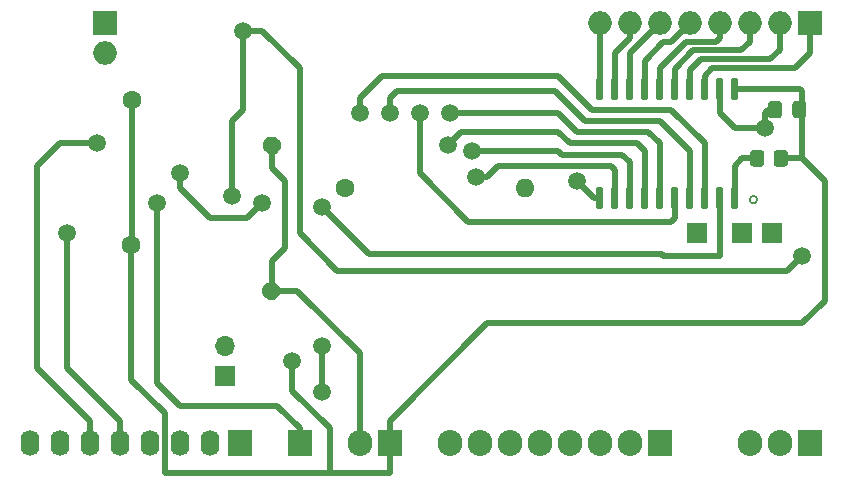
<source format=gbr>
%TF.GenerationSoftware,KiCad,Pcbnew,(5.1.8)-1*%
%TF.CreationDate,2024-03-21T22:45:28+03:00*%
%TF.ProjectId,Reg,5265672e-6b69-4636-9164-5f7063625858,rev?*%
%TF.SameCoordinates,Original*%
%TF.FileFunction,Copper,L2,Bot*%
%TF.FilePolarity,Positive*%
%FSLAX46Y46*%
G04 Gerber Fmt 4.6, Leading zero omitted, Abs format (unit mm)*
G04 Created by KiCad (PCBNEW (5.1.8)-1) date 2024-03-21 22:45:28*
%MOMM*%
%LPD*%
G01*
G04 APERTURE LIST*
%TA.AperFunction,NonConductor*%
%ADD10C,0.200000*%
%TD*%
%TA.AperFunction,ComponentPad*%
%ADD11O,2.000000X2.000000*%
%TD*%
%TA.AperFunction,ComponentPad*%
%ADD12R,2.000000X2.000000*%
%TD*%
%TA.AperFunction,ComponentPad*%
%ADD13R,1.700000X1.700000*%
%TD*%
%TA.AperFunction,ComponentPad*%
%ADD14O,1.600000X1.600000*%
%TD*%
%TA.AperFunction,ComponentPad*%
%ADD15C,1.600000*%
%TD*%
%TA.AperFunction,ComponentPad*%
%ADD16R,2.100000X2.200000*%
%TD*%
%TA.AperFunction,ComponentPad*%
%ADD17O,1.600000X2.200000*%
%TD*%
%TA.AperFunction,ComponentPad*%
%ADD18O,2.100000X2.200000*%
%TD*%
%TA.AperFunction,ComponentPad*%
%ADD19O,1.700000X1.700000*%
%TD*%
%TA.AperFunction,ViaPad*%
%ADD20C,1.500000*%
%TD*%
%TA.AperFunction,Conductor*%
%ADD21C,0.500000*%
%TD*%
G04 APERTURE END LIST*
D10*
X114935000Y-32702500D02*
G75*
G03*
X114935000Y-32702500I-317500J0D01*
G01*
%TO.P,C4,2*%
%TO.N,GND*%
%TA.AperFunction,SMDPad,CuDef*%
G36*
G01*
X117025000Y-24607500D02*
X117025000Y-25557500D01*
G75*
G02*
X116775000Y-25807500I-250000J0D01*
G01*
X116100000Y-25807500D01*
G75*
G02*
X115850000Y-25557500I0J250000D01*
G01*
X115850000Y-24607500D01*
G75*
G02*
X116100000Y-24357500I250000J0D01*
G01*
X116775000Y-24357500D01*
G75*
G02*
X117025000Y-24607500I0J-250000D01*
G01*
G37*
%TD.AperFunction*%
%TO.P,C4,1*%
%TO.N,VCC*%
%TA.AperFunction,SMDPad,CuDef*%
G36*
G01*
X119100000Y-24607500D02*
X119100000Y-25557500D01*
G75*
G02*
X118850000Y-25807500I-250000J0D01*
G01*
X118175000Y-25807500D01*
G75*
G02*
X117925000Y-25557500I0J250000D01*
G01*
X117925000Y-24607500D01*
G75*
G02*
X118175000Y-24357500I250000J0D01*
G01*
X118850000Y-24357500D01*
G75*
G02*
X119100000Y-24607500I0J-250000D01*
G01*
G37*
%TD.AperFunction*%
%TD*%
%TO.P,R14,2*%
%TO.N,VCC*%
%TA.AperFunction,SMDPad,CuDef*%
G36*
G01*
X116335000Y-29660001D02*
X116335000Y-28759999D01*
G75*
G02*
X116584999Y-28510000I249999J0D01*
G01*
X117285001Y-28510000D01*
G75*
G02*
X117535000Y-28759999I0J-249999D01*
G01*
X117535000Y-29660001D01*
G75*
G02*
X117285001Y-29910000I-249999J0D01*
G01*
X116584999Y-29910000D01*
G75*
G02*
X116335000Y-29660001I0J249999D01*
G01*
G37*
%TD.AperFunction*%
%TO.P,R14,1*%
%TO.N,Net-(R14-Pad1)*%
%TA.AperFunction,SMDPad,CuDef*%
G36*
G01*
X114335000Y-29660001D02*
X114335000Y-28759999D01*
G75*
G02*
X114584999Y-28510000I249999J0D01*
G01*
X115285001Y-28510000D01*
G75*
G02*
X115535000Y-28759999I0J-249999D01*
G01*
X115535000Y-29660001D01*
G75*
G02*
X115285001Y-29910000I-249999J0D01*
G01*
X114584999Y-29910000D01*
G75*
G02*
X114335000Y-29660001I0J249999D01*
G01*
G37*
%TD.AperFunction*%
%TD*%
%TO.P,U5,20*%
%TO.N,VCC*%
%TA.AperFunction,SMDPad,CuDef*%
G36*
G01*
X113180000Y-24290000D02*
X112880000Y-24290000D01*
G75*
G02*
X112730000Y-24140000I0J150000D01*
G01*
X112730000Y-22540000D01*
G75*
G02*
X112880000Y-22390000I150000J0D01*
G01*
X113180000Y-22390000D01*
G75*
G02*
X113330000Y-22540000I0J-150000D01*
G01*
X113330000Y-24140000D01*
G75*
G02*
X113180000Y-24290000I-150000J0D01*
G01*
G37*
%TD.AperFunction*%
%TO.P,U5,19*%
%TO.N,GND*%
%TA.AperFunction,SMDPad,CuDef*%
G36*
G01*
X111910000Y-24290000D02*
X111610000Y-24290000D01*
G75*
G02*
X111460000Y-24140000I0J150000D01*
G01*
X111460000Y-22540000D01*
G75*
G02*
X111610000Y-22390000I150000J0D01*
G01*
X111910000Y-22390000D01*
G75*
G02*
X112060000Y-22540000I0J-150000D01*
G01*
X112060000Y-24140000D01*
G75*
G02*
X111910000Y-24290000I-150000J0D01*
G01*
G37*
%TD.AperFunction*%
%TO.P,U5,18*%
%TO.N,/AQ7*%
%TA.AperFunction,SMDPad,CuDef*%
G36*
G01*
X110640000Y-24290000D02*
X110340000Y-24290000D01*
G75*
G02*
X110190000Y-24140000I0J150000D01*
G01*
X110190000Y-22540000D01*
G75*
G02*
X110340000Y-22390000I150000J0D01*
G01*
X110640000Y-22390000D01*
G75*
G02*
X110790000Y-22540000I0J-150000D01*
G01*
X110790000Y-24140000D01*
G75*
G02*
X110640000Y-24290000I-150000J0D01*
G01*
G37*
%TD.AperFunction*%
%TO.P,U5,17*%
%TO.N,/AQ6*%
%TA.AperFunction,SMDPad,CuDef*%
G36*
G01*
X109370000Y-24290000D02*
X109070000Y-24290000D01*
G75*
G02*
X108920000Y-24140000I0J150000D01*
G01*
X108920000Y-22540000D01*
G75*
G02*
X109070000Y-22390000I150000J0D01*
G01*
X109370000Y-22390000D01*
G75*
G02*
X109520000Y-22540000I0J-150000D01*
G01*
X109520000Y-24140000D01*
G75*
G02*
X109370000Y-24290000I-150000J0D01*
G01*
G37*
%TD.AperFunction*%
%TO.P,U5,16*%
%TO.N,/AQ5*%
%TA.AperFunction,SMDPad,CuDef*%
G36*
G01*
X108100000Y-24290000D02*
X107800000Y-24290000D01*
G75*
G02*
X107650000Y-24140000I0J150000D01*
G01*
X107650000Y-22540000D01*
G75*
G02*
X107800000Y-22390000I150000J0D01*
G01*
X108100000Y-22390000D01*
G75*
G02*
X108250000Y-22540000I0J-150000D01*
G01*
X108250000Y-24140000D01*
G75*
G02*
X108100000Y-24290000I-150000J0D01*
G01*
G37*
%TD.AperFunction*%
%TO.P,U5,15*%
%TO.N,/AQ4*%
%TA.AperFunction,SMDPad,CuDef*%
G36*
G01*
X106830000Y-24290000D02*
X106530000Y-24290000D01*
G75*
G02*
X106380000Y-24140000I0J150000D01*
G01*
X106380000Y-22540000D01*
G75*
G02*
X106530000Y-22390000I150000J0D01*
G01*
X106830000Y-22390000D01*
G75*
G02*
X106980000Y-22540000I0J-150000D01*
G01*
X106980000Y-24140000D01*
G75*
G02*
X106830000Y-24290000I-150000J0D01*
G01*
G37*
%TD.AperFunction*%
%TO.P,U5,14*%
%TO.N,/AQ3*%
%TA.AperFunction,SMDPad,CuDef*%
G36*
G01*
X105560000Y-24290000D02*
X105260000Y-24290000D01*
G75*
G02*
X105110000Y-24140000I0J150000D01*
G01*
X105110000Y-22540000D01*
G75*
G02*
X105260000Y-22390000I150000J0D01*
G01*
X105560000Y-22390000D01*
G75*
G02*
X105710000Y-22540000I0J-150000D01*
G01*
X105710000Y-24140000D01*
G75*
G02*
X105560000Y-24290000I-150000J0D01*
G01*
G37*
%TD.AperFunction*%
%TO.P,U5,13*%
%TO.N,/AQ2*%
%TA.AperFunction,SMDPad,CuDef*%
G36*
G01*
X104290000Y-24290000D02*
X103990000Y-24290000D01*
G75*
G02*
X103840000Y-24140000I0J150000D01*
G01*
X103840000Y-22540000D01*
G75*
G02*
X103990000Y-22390000I150000J0D01*
G01*
X104290000Y-22390000D01*
G75*
G02*
X104440000Y-22540000I0J-150000D01*
G01*
X104440000Y-24140000D01*
G75*
G02*
X104290000Y-24290000I-150000J0D01*
G01*
G37*
%TD.AperFunction*%
%TO.P,U5,12*%
%TO.N,/AQ1*%
%TA.AperFunction,SMDPad,CuDef*%
G36*
G01*
X103020000Y-24290000D02*
X102720000Y-24290000D01*
G75*
G02*
X102570000Y-24140000I0J150000D01*
G01*
X102570000Y-22540000D01*
G75*
G02*
X102720000Y-22390000I150000J0D01*
G01*
X103020000Y-22390000D01*
G75*
G02*
X103170000Y-22540000I0J-150000D01*
G01*
X103170000Y-24140000D01*
G75*
G02*
X103020000Y-24290000I-150000J0D01*
G01*
G37*
%TD.AperFunction*%
%TO.P,U5,11*%
%TO.N,/AQ0*%
%TA.AperFunction,SMDPad,CuDef*%
G36*
G01*
X101750000Y-24290000D02*
X101450000Y-24290000D01*
G75*
G02*
X101300000Y-24140000I0J150000D01*
G01*
X101300000Y-22540000D01*
G75*
G02*
X101450000Y-22390000I150000J0D01*
G01*
X101750000Y-22390000D01*
G75*
G02*
X101900000Y-22540000I0J-150000D01*
G01*
X101900000Y-24140000D01*
G75*
G02*
X101750000Y-24290000I-150000J0D01*
G01*
G37*
%TD.AperFunction*%
%TO.P,U5,10*%
%TO.N,GND*%
%TA.AperFunction,SMDPad,CuDef*%
G36*
G01*
X101750000Y-33490000D02*
X101450000Y-33490000D01*
G75*
G02*
X101300000Y-33340000I0J150000D01*
G01*
X101300000Y-31740000D01*
G75*
G02*
X101450000Y-31590000I150000J0D01*
G01*
X101750000Y-31590000D01*
G75*
G02*
X101900000Y-31740000I0J-150000D01*
G01*
X101900000Y-33340000D01*
G75*
G02*
X101750000Y-33490000I-150000J0D01*
G01*
G37*
%TD.AperFunction*%
%TO.P,U5,9*%
%TO.N,/L0*%
%TA.AperFunction,SMDPad,CuDef*%
G36*
G01*
X103020000Y-33490000D02*
X102720000Y-33490000D01*
G75*
G02*
X102570000Y-33340000I0J150000D01*
G01*
X102570000Y-31740000D01*
G75*
G02*
X102720000Y-31590000I150000J0D01*
G01*
X103020000Y-31590000D01*
G75*
G02*
X103170000Y-31740000I0J-150000D01*
G01*
X103170000Y-33340000D01*
G75*
G02*
X103020000Y-33490000I-150000J0D01*
G01*
G37*
%TD.AperFunction*%
%TO.P,U5,8*%
%TO.N,/L1*%
%TA.AperFunction,SMDPad,CuDef*%
G36*
G01*
X104290000Y-33490000D02*
X103990000Y-33490000D01*
G75*
G02*
X103840000Y-33340000I0J150000D01*
G01*
X103840000Y-31740000D01*
G75*
G02*
X103990000Y-31590000I150000J0D01*
G01*
X104290000Y-31590000D01*
G75*
G02*
X104440000Y-31740000I0J-150000D01*
G01*
X104440000Y-33340000D01*
G75*
G02*
X104290000Y-33490000I-150000J0D01*
G01*
G37*
%TD.AperFunction*%
%TO.P,U5,7*%
%TO.N,/L2*%
%TA.AperFunction,SMDPad,CuDef*%
G36*
G01*
X105560000Y-33490000D02*
X105260000Y-33490000D01*
G75*
G02*
X105110000Y-33340000I0J150000D01*
G01*
X105110000Y-31740000D01*
G75*
G02*
X105260000Y-31590000I150000J0D01*
G01*
X105560000Y-31590000D01*
G75*
G02*
X105710000Y-31740000I0J-150000D01*
G01*
X105710000Y-33340000D01*
G75*
G02*
X105560000Y-33490000I-150000J0D01*
G01*
G37*
%TD.AperFunction*%
%TO.P,U5,6*%
%TO.N,/L3*%
%TA.AperFunction,SMDPad,CuDef*%
G36*
G01*
X106830000Y-33490000D02*
X106530000Y-33490000D01*
G75*
G02*
X106380000Y-33340000I0J150000D01*
G01*
X106380000Y-31740000D01*
G75*
G02*
X106530000Y-31590000I150000J0D01*
G01*
X106830000Y-31590000D01*
G75*
G02*
X106980000Y-31740000I0J-150000D01*
G01*
X106980000Y-33340000D01*
G75*
G02*
X106830000Y-33490000I-150000J0D01*
G01*
G37*
%TD.AperFunction*%
%TO.P,U5,5*%
%TO.N,/L4*%
%TA.AperFunction,SMDPad,CuDef*%
G36*
G01*
X108100000Y-33490000D02*
X107800000Y-33490000D01*
G75*
G02*
X107650000Y-33340000I0J150000D01*
G01*
X107650000Y-31740000D01*
G75*
G02*
X107800000Y-31590000I150000J0D01*
G01*
X108100000Y-31590000D01*
G75*
G02*
X108250000Y-31740000I0J-150000D01*
G01*
X108250000Y-33340000D01*
G75*
G02*
X108100000Y-33490000I-150000J0D01*
G01*
G37*
%TD.AperFunction*%
%TO.P,U5,4*%
%TO.N,/L5*%
%TA.AperFunction,SMDPad,CuDef*%
G36*
G01*
X109370000Y-33490000D02*
X109070000Y-33490000D01*
G75*
G02*
X108920000Y-33340000I0J150000D01*
G01*
X108920000Y-31740000D01*
G75*
G02*
X109070000Y-31590000I150000J0D01*
G01*
X109370000Y-31590000D01*
G75*
G02*
X109520000Y-31740000I0J-150000D01*
G01*
X109520000Y-33340000D01*
G75*
G02*
X109370000Y-33490000I-150000J0D01*
G01*
G37*
%TD.AperFunction*%
%TO.P,U5,3*%
%TO.N,/L6*%
%TA.AperFunction,SMDPad,CuDef*%
G36*
G01*
X110640000Y-33490000D02*
X110340000Y-33490000D01*
G75*
G02*
X110190000Y-33340000I0J150000D01*
G01*
X110190000Y-31740000D01*
G75*
G02*
X110340000Y-31590000I150000J0D01*
G01*
X110640000Y-31590000D01*
G75*
G02*
X110790000Y-31740000I0J-150000D01*
G01*
X110790000Y-33340000D01*
G75*
G02*
X110640000Y-33490000I-150000J0D01*
G01*
G37*
%TD.AperFunction*%
%TO.P,U5,2*%
%TO.N,/L7*%
%TA.AperFunction,SMDPad,CuDef*%
G36*
G01*
X111910000Y-33490000D02*
X111610000Y-33490000D01*
G75*
G02*
X111460000Y-33340000I0J150000D01*
G01*
X111460000Y-31740000D01*
G75*
G02*
X111610000Y-31590000I150000J0D01*
G01*
X111910000Y-31590000D01*
G75*
G02*
X112060000Y-31740000I0J-150000D01*
G01*
X112060000Y-33340000D01*
G75*
G02*
X111910000Y-33490000I-150000J0D01*
G01*
G37*
%TD.AperFunction*%
%TO.P,U5,1*%
%TO.N,Net-(R14-Pad1)*%
%TA.AperFunction,SMDPad,CuDef*%
G36*
G01*
X113180000Y-33490000D02*
X112880000Y-33490000D01*
G75*
G02*
X112730000Y-33340000I0J150000D01*
G01*
X112730000Y-31740000D01*
G75*
G02*
X112880000Y-31590000I150000J0D01*
G01*
X113180000Y-31590000D01*
G75*
G02*
X113330000Y-31740000I0J-150000D01*
G01*
X113330000Y-33340000D01*
G75*
G02*
X113180000Y-33490000I-150000J0D01*
G01*
G37*
%TD.AperFunction*%
%TD*%
D11*
%TO.P,J11,8*%
%TO.N,/AQ0*%
X101600000Y-17780000D03*
%TO.P,J11,7*%
%TO.N,/AQ1*%
X104140000Y-17780000D03*
%TO.P,J11,6*%
%TO.N,/AQ2*%
X106680000Y-17780000D03*
%TO.P,J11,5*%
%TO.N,/AQ3*%
X109220000Y-17780000D03*
%TO.P,J11,4*%
%TO.N,/AQ4*%
X111760000Y-17780000D03*
%TO.P,J11,3*%
%TO.N,/AQ5*%
X114300000Y-17780000D03*
%TO.P,J11,2*%
%TO.N,/AQ6*%
X116840000Y-17780000D03*
D12*
%TO.P,J11,1*%
%TO.N,/AQ7*%
X119380000Y-17780000D03*
%TD*%
D13*
%TO.P,J10,1*%
%TO.N,Net-(J10-Pad1)*%
X113665000Y-35560000D03*
%TD*%
%TO.P,J9,1*%
%TO.N,/~MLOAD*%
X109855000Y-35560000D03*
%TD*%
%TO.P,J8,1*%
%TO.N,/MLOAD*%
X116205000Y-35560000D03*
%TD*%
D14*
%TO.P,R1,2*%
%TO.N,VCC*%
X95250000Y-31750000D03*
D15*
%TO.P,R1,1*%
%TO.N,Net-(R1-Pad1)*%
X80010000Y-31750000D03*
%TD*%
%TO.P,C3,2*%
%TO.N,GND*%
%TA.AperFunction,ComponentPad*%
G36*
G01*
X73039861Y-40191498D02*
X73039861Y-40191498D01*
G75*
G02*
X74047920Y-39677867I760845J-247214D01*
G01*
X74047920Y-39677867D01*
G75*
G02*
X74561551Y-40685926I-247214J-760845D01*
G01*
X74561551Y-40685926D01*
G75*
G02*
X73553492Y-41199557I-760845J247214D01*
G01*
X73553492Y-41199557D01*
G75*
G02*
X73039861Y-40191498I247214J760845D01*
G01*
G37*
%TD.AperFunction*%
%TO.P,C3,1*%
%TO.N,VCC*%
X61912500Y-36576000D03*
%TD*%
%TO.P,C1,2*%
%TO.N,GND*%
%TA.AperFunction,ComponentPad*%
G36*
G01*
X73103361Y-27872498D02*
X73103361Y-27872498D01*
G75*
G02*
X74111420Y-27358867I760845J-247214D01*
G01*
X74111420Y-27358867D01*
G75*
G02*
X74625051Y-28366926I-247214J-760845D01*
G01*
X74625051Y-28366926D01*
G75*
G02*
X73616992Y-28880557I-760845J247214D01*
G01*
X73616992Y-28880557D01*
G75*
G02*
X73103361Y-27872498I247214J760845D01*
G01*
G37*
%TD.AperFunction*%
%TO.P,C1,1*%
%TO.N,VCC*%
X61976000Y-24257000D03*
%TD*%
D16*
%TO.P,J1,1*%
%TO.N,/D0*%
X71120000Y-53340000D03*
D17*
%TO.P,J1,2*%
%TO.N,/D1*%
X68580000Y-53340000D03*
%TO.P,J1,3*%
%TO.N,/D2*%
X66040000Y-53340000D03*
%TO.P,J1,4*%
%TO.N,/D3*%
X63500000Y-53340000D03*
%TO.P,J1,5*%
%TO.N,/D4*%
X60960000Y-53340000D03*
%TO.P,J1,6*%
%TO.N,/D5*%
X58420000Y-53340000D03*
%TO.P,J1,7*%
%TO.N,/D6*%
X55880000Y-53340000D03*
%TO.P,J1,8*%
%TO.N,/D7*%
X53340000Y-53340000D03*
%TD*%
D18*
%TO.P,J2,8*%
%TO.N,/Q0*%
X88900000Y-53340000D03*
%TO.P,J2,7*%
%TO.N,/Q1*%
X91440000Y-53340000D03*
%TO.P,J2,6*%
%TO.N,/Q2*%
X93980000Y-53340000D03*
%TO.P,J2,5*%
%TO.N,/Q3*%
X96520000Y-53340000D03*
%TO.P,J2,4*%
%TO.N,/Q4*%
X99060000Y-53340000D03*
%TO.P,J2,3*%
%TO.N,/Q5*%
X101600000Y-53340000D03*
%TO.P,J2,2*%
%TO.N,/Q6*%
X104140000Y-53340000D03*
D16*
%TO.P,J2,1*%
%TO.N,/Q7*%
X106680000Y-53340000D03*
%TD*%
%TO.P,J3,1*%
%TO.N,VCC*%
X83820000Y-53340000D03*
D18*
%TO.P,J3,2*%
%TO.N,GND*%
X81280000Y-53340000D03*
%TD*%
D16*
%TO.P,J4,1*%
%TO.N,/~Row*%
X119380000Y-53340000D03*
D18*
%TO.P,J4,2*%
%TO.N,/~Col*%
X116840000Y-53340000D03*
%TO.P,J4,3*%
%TO.N,/~CS*%
X114300000Y-53340000D03*
%TD*%
D11*
%TO.P,J5,2*%
%TO.N,/DownOut*%
X59690000Y-20320000D03*
D12*
%TO.P,J5,1*%
%TO.N,/UpOut*%
X59690000Y-17780000D03*
%TD*%
D13*
%TO.P,J6,1*%
%TO.N,/Down*%
X69850000Y-47625000D03*
D19*
%TO.P,J6,2*%
%TO.N,/Up*%
X69850000Y-45085000D03*
%TD*%
D16*
%TO.P,J7,1*%
%TO.N,/Res*%
X76200000Y-53340000D03*
%TD*%
D20*
%TO.N,VCC*%
X75565000Y-46355000D03*
%TO.N,GND*%
X115570000Y-26670000D03*
X99695000Y-31115000D03*
%TO.N,/D5*%
X59055000Y-27940000D03*
%TO.N,/D4*%
X56515000Y-35560000D03*
%TO.N,/L0*%
X91122500Y-30797500D03*
%TO.N,/L1*%
X78105000Y-45085000D03*
X78105000Y-48960010D03*
X90805000Y-28575000D03*
%TO.N,/L2*%
X88741250Y-28098750D03*
%TO.N,/L3*%
X88900000Y-25400000D03*
%TO.N,/L4*%
X73025000Y-33020000D03*
X66040000Y-30480000D03*
X86360000Y-25400000D03*
%TO.N,/L5*%
X83820000Y-25400000D03*
%TO.N,/L6*%
X81280000Y-25400000D03*
%TO.N,/L7*%
X78105000Y-33337500D03*
%TO.N,/Res*%
X64135000Y-33020000D03*
%TO.N,/~LOAD*%
X71437500Y-18415000D03*
X118745000Y-37465000D03*
X70485000Y-32385000D03*
%TD*%
D21*
%TO.N,VCC*%
X61976000Y-36512500D02*
X61912500Y-36576000D01*
X61976000Y-24257000D02*
X61976000Y-36512500D01*
X83820000Y-55880000D02*
X83820000Y-53340000D01*
X64770000Y-50800000D02*
X64770000Y-55880000D01*
X61912500Y-47942500D02*
X64770000Y-50800000D01*
X61912500Y-36576000D02*
X61912500Y-47942500D01*
X78740000Y-55880000D02*
X78740000Y-52070000D01*
X64770000Y-55880000D02*
X78740000Y-55880000D01*
X78740000Y-55880000D02*
X83820000Y-55880000D01*
X75565000Y-46355000D02*
X75565000Y-48895000D01*
X78740000Y-52070000D02*
X75565000Y-48895000D01*
X118110000Y-29210000D02*
X116935000Y-29210000D01*
X118110000Y-29210000D02*
X118745000Y-29210000D01*
X118745000Y-29210000D02*
X120650000Y-31115000D01*
X120650000Y-31115000D02*
X120650000Y-41275000D01*
X120650000Y-41275000D02*
X118745000Y-43180000D01*
X118745000Y-43180000D02*
X92075000Y-43180000D01*
X83820000Y-51435000D02*
X83820000Y-53340000D01*
X92075000Y-43180000D02*
X83820000Y-51435000D01*
X113030000Y-23340000D02*
X117955000Y-23340000D01*
X118590000Y-23340000D02*
X117955000Y-23340000D01*
X118745000Y-23495000D02*
X118590000Y-23340000D01*
X118512500Y-25167500D02*
X118745000Y-25167500D01*
X118512500Y-25082500D02*
X118512500Y-25167500D01*
X118745000Y-25400000D02*
X118745000Y-23495000D01*
X118745000Y-29210000D02*
X118745000Y-25400000D01*
%TO.N,GND*%
X73864206Y-40375212D02*
X73800706Y-40438712D01*
X73800706Y-40438712D02*
X75998712Y-40438712D01*
X81280000Y-45720000D02*
X81280000Y-53340000D01*
X75998712Y-40438712D02*
X81280000Y-45720000D01*
X73864206Y-30049206D02*
X74930000Y-31115000D01*
X73864206Y-28119712D02*
X73864206Y-30049206D01*
X74930000Y-31115000D02*
X74930000Y-36830000D01*
X74930000Y-36830000D02*
X73864206Y-37895794D01*
X73864206Y-37895794D02*
X73864206Y-40375212D01*
X115570000Y-26670000D02*
X115570000Y-26670000D01*
X113030000Y-26670000D02*
X115570000Y-26670000D01*
X111760000Y-25400000D02*
X113030000Y-26670000D01*
X111760000Y-23340000D02*
X111760000Y-25400000D01*
X101600000Y-32540000D02*
X101120000Y-32540000D01*
X101120000Y-32540000D02*
X99695000Y-31115000D01*
X99695000Y-31115000D02*
X99695000Y-31115000D01*
X116437500Y-25082500D02*
X115887500Y-25082500D01*
X115570000Y-25400000D02*
X115570000Y-26670000D01*
X115887500Y-25082500D02*
X115570000Y-25400000D01*
%TO.N,/D5*%
X53975000Y-36830000D02*
X53975000Y-46990000D01*
X58420000Y-51435000D02*
X58420000Y-53340000D01*
X53975000Y-46990000D02*
X58420000Y-51435000D01*
X59055000Y-27940000D02*
X55880000Y-27940000D01*
X55880000Y-27940000D02*
X53975000Y-29845000D01*
X53975000Y-36830000D02*
X53975000Y-29845000D01*
%TO.N,/D4*%
X56515000Y-35560000D02*
X56515000Y-46990000D01*
X60960000Y-51435000D02*
X60960000Y-53340000D01*
X56515000Y-46990000D02*
X60960000Y-51435000D01*
%TO.N,/L0*%
X91122500Y-30797500D02*
X91122500Y-30797500D01*
X92075000Y-30797500D02*
X91122500Y-30797500D01*
X93027500Y-29845000D02*
X92075000Y-30797500D01*
X102552500Y-29845000D02*
X93027500Y-29845000D01*
X102870000Y-30162500D02*
X102552500Y-29845000D01*
X102870000Y-32540000D02*
X102870000Y-30162500D01*
%TO.N,/L1*%
X78105000Y-45085000D02*
X78105000Y-48960010D01*
X104140000Y-29527500D02*
X104140000Y-32540000D01*
X103505000Y-28892500D02*
X104140000Y-29527500D01*
X98425000Y-28892500D02*
X103505000Y-28892500D01*
X98107500Y-28575000D02*
X98425000Y-28892500D01*
X90805000Y-28575000D02*
X98107500Y-28575000D01*
%TO.N,/L2*%
X105410000Y-28575000D02*
X105410000Y-29845000D01*
X104775000Y-27940000D02*
X105410000Y-28575000D01*
X99060000Y-27940000D02*
X104775000Y-27940000D01*
X98107500Y-26987500D02*
X99060000Y-27940000D01*
X89852500Y-26987500D02*
X98107500Y-26987500D01*
X105410000Y-29845000D02*
X105410000Y-32540000D01*
X88741250Y-28098750D02*
X89852500Y-26987500D01*
%TO.N,/L3*%
X88900000Y-25400000D02*
X88900000Y-25400000D01*
X106680000Y-30797500D02*
X106680000Y-32540000D01*
X105727500Y-26987500D02*
X106680000Y-27940000D01*
X106680000Y-27940000D02*
X106680000Y-30797500D01*
X99695000Y-26987500D02*
X105727500Y-26987500D01*
X98107500Y-25400000D02*
X99695000Y-26987500D01*
X88900000Y-25400000D02*
X98107500Y-25400000D01*
%TO.N,/L4*%
X73025000Y-33020000D02*
X71755000Y-34290000D01*
X71755000Y-34290000D02*
X69215000Y-34290000D01*
X69215000Y-34290000D02*
X68580000Y-34290000D01*
X68580000Y-34290000D02*
X66040000Y-31750000D01*
X66040000Y-31750000D02*
X66040000Y-30480000D01*
X66040000Y-30480000D02*
X66040000Y-30480000D01*
X107950000Y-32540000D02*
X107950000Y-34290000D01*
X107950000Y-34290000D02*
X107632500Y-34607500D01*
X107632500Y-34607500D02*
X90487500Y-34607500D01*
X86360000Y-30480000D02*
X86360000Y-25400000D01*
X90487500Y-34607500D02*
X86360000Y-30480000D01*
%TO.N,/L5*%
X109220000Y-31432500D02*
X109220000Y-32540000D01*
X109220000Y-28575000D02*
X109220000Y-31432500D01*
X106680000Y-26035000D02*
X109220000Y-28575000D01*
X100330000Y-26035000D02*
X106680000Y-26035000D01*
X97790000Y-23495000D02*
X100330000Y-26035000D01*
X83820000Y-24130000D02*
X84455000Y-23495000D01*
X84455000Y-23495000D02*
X97790000Y-23495000D01*
X83820000Y-25400000D02*
X83820000Y-24130000D01*
%TO.N,/L6*%
X81280000Y-25400000D02*
X81280000Y-25400000D01*
X110490000Y-27940000D02*
X110490000Y-30797500D01*
X107632500Y-25082500D02*
X110490000Y-27940000D01*
X100965000Y-25082500D02*
X107632500Y-25082500D01*
X98107500Y-22225000D02*
X100965000Y-25082500D01*
X83185000Y-22225000D02*
X98107500Y-22225000D01*
X81280000Y-24130000D02*
X83185000Y-22225000D01*
X110490000Y-30797500D02*
X110490000Y-32540000D01*
X81280000Y-25400000D02*
X81280000Y-24130000D01*
%TO.N,/L7*%
X82073750Y-37306250D02*
X78105000Y-33337500D01*
X106838750Y-37306250D02*
X82073750Y-37306250D01*
X106997500Y-37465000D02*
X106838750Y-37306250D01*
X111760000Y-37465000D02*
X106997500Y-37465000D01*
X111760000Y-32540000D02*
X111760000Y-37465000D01*
%TO.N,/Res*%
X74295000Y-50165000D02*
X76200000Y-52070000D01*
X76200000Y-52070000D02*
X76200000Y-53340000D01*
X66040000Y-50165000D02*
X74295000Y-50165000D01*
X64135000Y-48260000D02*
X66040000Y-50165000D01*
X64135000Y-33020000D02*
X64135000Y-48260000D01*
%TO.N,/~LOAD*%
X70485000Y-26035000D02*
X70485000Y-32385000D01*
X71437500Y-25082500D02*
X70485000Y-26035000D01*
X71437500Y-18415000D02*
X71437500Y-25082500D01*
X79375000Y-38735000D02*
X117475000Y-38735000D01*
X117475000Y-38735000D02*
X118745000Y-37465000D01*
X76200000Y-35560000D02*
X79375000Y-38735000D01*
X76200000Y-21590000D02*
X76200000Y-35560000D01*
X73025000Y-18415000D02*
X76200000Y-21590000D01*
X71437500Y-18415000D02*
X73025000Y-18415000D01*
%TO.N,/AQ0*%
X101600000Y-17780000D02*
X101600000Y-23340000D01*
%TO.N,/AQ1*%
X102870000Y-23340000D02*
X102870000Y-20320000D01*
X104140000Y-19050000D02*
X104140000Y-17780000D01*
X102870000Y-20320000D02*
X104140000Y-19050000D01*
%TO.N,/AQ2*%
X104140000Y-23340000D02*
X104140000Y-20320000D01*
X104140000Y-20320000D02*
X106680000Y-17780000D01*
%TO.N,/AQ3*%
X105410000Y-23340000D02*
X105410000Y-20955000D01*
X107632500Y-19367500D02*
X106997500Y-19367500D01*
X106997500Y-19367500D02*
X105410000Y-20955000D01*
X109220000Y-17780000D02*
X107632500Y-19367500D01*
%TO.N,/AQ4*%
X111760000Y-19050000D02*
X111760000Y-17780000D01*
X111442500Y-19367500D02*
X111760000Y-19050000D01*
X108902500Y-19367500D02*
X111442500Y-19367500D01*
X106680000Y-21590000D02*
X108902500Y-19367500D01*
X106680000Y-23340000D02*
X106680000Y-21590000D01*
%TO.N,/AQ5*%
X114300000Y-19367500D02*
X114300000Y-17780000D01*
X109537500Y-20067510D02*
X113599990Y-20067510D01*
X113599990Y-20067510D02*
X114300000Y-19367500D01*
X107950000Y-21655010D02*
X109537500Y-20067510D01*
X107950000Y-23340000D02*
X107950000Y-21655010D01*
%TO.N,/AQ6*%
X116840000Y-20002500D02*
X116840000Y-17780000D01*
X116046250Y-20796250D02*
X116840000Y-20002500D01*
X110143770Y-20796250D02*
X116046250Y-20796250D01*
X109220000Y-21720020D02*
X110143770Y-20796250D01*
X109220000Y-23340000D02*
X109220000Y-21720020D01*
%TO.N,/AQ7*%
X119380000Y-19050000D02*
X119380000Y-17780000D01*
X119380000Y-20320000D02*
X119380000Y-19050000D01*
X118110000Y-21590000D02*
X119380000Y-20320000D01*
X111125000Y-21590000D02*
X118110000Y-21590000D01*
X110490000Y-22225000D02*
X111125000Y-21590000D01*
X110490000Y-23340000D02*
X110490000Y-22225000D01*
%TO.N,Net-(R14-Pad1)*%
X114935000Y-29210000D02*
X113665000Y-29210000D01*
X113030000Y-29845000D02*
X113030000Y-32540000D01*
X113665000Y-29210000D02*
X113030000Y-29845000D01*
%TD*%
M02*

</source>
